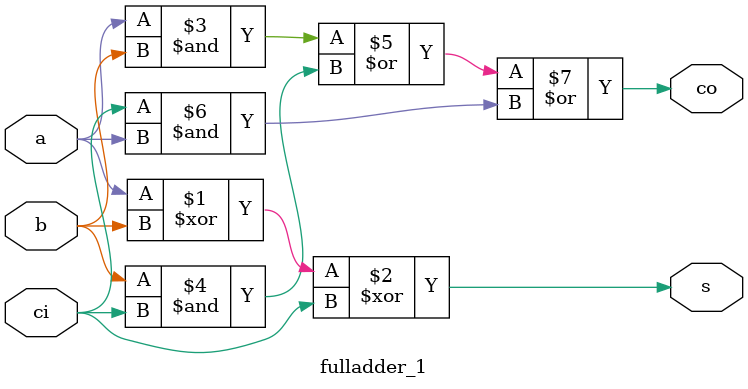
<source format=v>
`timescale 1ns / 1ps
module fulladder_1(
    input a,
    input b,
    input ci,
    output s,
    output co
    );

assign s=a^b^ci;
assign co=(a&b)|(b&ci)|(ci&a);
endmodule

</source>
